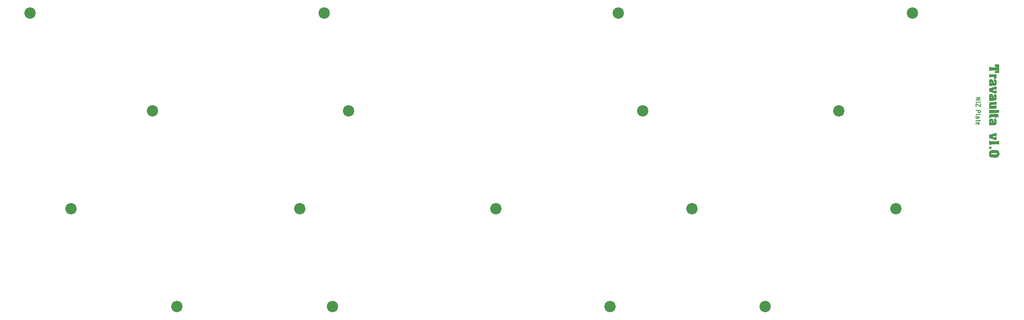
<source format=gbr>
%TF.GenerationSoftware,KiCad,Pcbnew,(7.0.0)*%
%TF.CreationDate,2023-04-11T20:59:51+02:00*%
%TF.ProjectId,travaulta plate niz,74726176-6175-46c7-9461-20706c617465,rev?*%
%TF.SameCoordinates,Original*%
%TF.FileFunction,Legend,Top*%
%TF.FilePolarity,Positive*%
%FSLAX46Y46*%
G04 Gerber Fmt 4.6, Leading zero omitted, Abs format (unit mm)*
G04 Created by KiCad (PCBNEW (7.0.0)) date 2023-04-11 20:59:51*
%MOMM*%
%LPD*%
G01*
G04 APERTURE LIST*
%ADD10C,0.150000*%
%ADD11C,2.200000*%
G04 APERTURE END LIST*
D10*
X247356095Y-73617143D02*
X248156095Y-73617143D01*
X248156095Y-73617143D02*
X247356095Y-74074286D01*
X247356095Y-74074286D02*
X248156095Y-74074286D01*
X247356095Y-74455238D02*
X247889428Y-74455238D01*
X248156095Y-74455238D02*
X248118000Y-74417142D01*
X248118000Y-74417142D02*
X248079904Y-74455238D01*
X248079904Y-74455238D02*
X248118000Y-74493333D01*
X248118000Y-74493333D02*
X248156095Y-74455238D01*
X248156095Y-74455238D02*
X248079904Y-74455238D01*
X248156095Y-74759999D02*
X248156095Y-75293333D01*
X248156095Y-75293333D02*
X247356095Y-74759999D01*
X247356095Y-74759999D02*
X247356095Y-75293333D01*
X247356095Y-76078095D02*
X248156095Y-76078095D01*
X248156095Y-76078095D02*
X248156095Y-76382857D01*
X248156095Y-76382857D02*
X248118000Y-76459047D01*
X248118000Y-76459047D02*
X248079904Y-76497142D01*
X248079904Y-76497142D02*
X248003714Y-76535238D01*
X248003714Y-76535238D02*
X247889428Y-76535238D01*
X247889428Y-76535238D02*
X247813238Y-76497142D01*
X247813238Y-76497142D02*
X247775142Y-76459047D01*
X247775142Y-76459047D02*
X247737047Y-76382857D01*
X247737047Y-76382857D02*
X247737047Y-76078095D01*
X247356095Y-76992380D02*
X247394190Y-76916190D01*
X247394190Y-76916190D02*
X247470380Y-76878095D01*
X247470380Y-76878095D02*
X248156095Y-76878095D01*
X247356095Y-77640000D02*
X247775142Y-77640000D01*
X247775142Y-77640000D02*
X247851333Y-77601905D01*
X247851333Y-77601905D02*
X247889428Y-77525714D01*
X247889428Y-77525714D02*
X247889428Y-77373333D01*
X247889428Y-77373333D02*
X247851333Y-77297143D01*
X247394190Y-77640000D02*
X247356095Y-77563809D01*
X247356095Y-77563809D02*
X247356095Y-77373333D01*
X247356095Y-77373333D02*
X247394190Y-77297143D01*
X247394190Y-77297143D02*
X247470380Y-77259047D01*
X247470380Y-77259047D02*
X247546571Y-77259047D01*
X247546571Y-77259047D02*
X247622761Y-77297143D01*
X247622761Y-77297143D02*
X247660857Y-77373333D01*
X247660857Y-77373333D02*
X247660857Y-77563809D01*
X247660857Y-77563809D02*
X247698952Y-77640000D01*
X247889428Y-77906667D02*
X247889428Y-78211429D01*
X248156095Y-78020953D02*
X247470380Y-78020953D01*
X247470380Y-78020953D02*
X247394190Y-78059048D01*
X247394190Y-78059048D02*
X247356095Y-78135238D01*
X247356095Y-78135238D02*
X247356095Y-78211429D01*
X247394190Y-78782858D02*
X247356095Y-78706667D01*
X247356095Y-78706667D02*
X247356095Y-78554286D01*
X247356095Y-78554286D02*
X247394190Y-78478096D01*
X247394190Y-78478096D02*
X247470380Y-78440000D01*
X247470380Y-78440000D02*
X247775142Y-78440000D01*
X247775142Y-78440000D02*
X247851333Y-78478096D01*
X247851333Y-78478096D02*
X247889428Y-78554286D01*
X247889428Y-78554286D02*
X247889428Y-78706667D01*
X247889428Y-78706667D02*
X247851333Y-78782858D01*
X247851333Y-78782858D02*
X247775142Y-78820953D01*
X247775142Y-78820953D02*
X247698952Y-78820953D01*
X247698952Y-78820953D02*
X247622761Y-78440000D01*
%TO.C,*%
%TO.C,G\u002A\u002A\u002A*%
G36*
X250225648Y-83102806D02*
G01*
X250281400Y-83154894D01*
X250342404Y-83273797D01*
X250336265Y-83388180D01*
X250268482Y-83490086D01*
X250158092Y-83561374D01*
X250041507Y-83573037D01*
X249935113Y-83527267D01*
X249859835Y-83435397D01*
X249822835Y-83354577D01*
X249816510Y-83297260D01*
X249834347Y-83234887D01*
X249902544Y-83132052D01*
X250003285Y-83073471D01*
X250117383Y-83062578D01*
X250225648Y-83102806D01*
G37*
G36*
X250112152Y-75969567D02*
G01*
X250182396Y-75985657D01*
X250199301Y-75997070D01*
X250240258Y-76009476D01*
X250341629Y-76019411D01*
X250496219Y-76026486D01*
X250696831Y-76030313D01*
X250825000Y-76030892D01*
X251047988Y-76029030D01*
X251228936Y-76023705D01*
X251360648Y-76015304D01*
X251435928Y-76004218D01*
X251450699Y-75997070D01*
X251494043Y-75977447D01*
X251581087Y-75965243D01*
X251638714Y-75963249D01*
X251805826Y-75963249D01*
X251805826Y-76248446D01*
X251805826Y-76533643D01*
X251029556Y-76544385D01*
X250754388Y-76549374D01*
X250541548Y-76556045D01*
X250385734Y-76564740D01*
X250281644Y-76575803D01*
X250223975Y-76589577D01*
X250211074Y-76597403D01*
X250153887Y-76622556D01*
X250057578Y-76637694D01*
X250006518Y-76639680D01*
X249844175Y-76639680D01*
X249844175Y-76301465D01*
X249844175Y-75963249D01*
X250011287Y-75963249D01*
X250112152Y-75969567D01*
G37*
G36*
X250134118Y-82023065D02*
G01*
X250210074Y-82037859D01*
X250233123Y-82051132D01*
X250274111Y-82063650D01*
X250375241Y-82073655D01*
X250529045Y-82080733D01*
X250728055Y-82084469D01*
X250841911Y-82084953D01*
X251060681Y-82083040D01*
X251237970Y-82077578D01*
X251366312Y-82068981D01*
X251438236Y-82057665D01*
X251450699Y-82051132D01*
X251494043Y-82031508D01*
X251581087Y-82019304D01*
X251638714Y-82017310D01*
X251805826Y-82017310D01*
X251805826Y-82355526D01*
X251805826Y-82693742D01*
X251029926Y-82693742D01*
X250767222Y-82695204D01*
X250551101Y-82699446D01*
X250386728Y-82706247D01*
X250279263Y-82715390D01*
X250233872Y-82726654D01*
X250233123Y-82727563D01*
X250190186Y-82746377D01*
X250102098Y-82758656D01*
X250028197Y-82761385D01*
X249844175Y-82761385D01*
X249844175Y-82389347D01*
X249844175Y-82017310D01*
X250028197Y-82017310D01*
X250134118Y-82023065D01*
G37*
G36*
X251298502Y-69260755D02*
G01*
X251293323Y-69420670D01*
X251277908Y-69516005D01*
X251258325Y-69544906D01*
X251240780Y-69573466D01*
X251273205Y-69636887D01*
X251275235Y-69639804D01*
X251317936Y-69726807D01*
X251332324Y-69798338D01*
X251328151Y-69837564D01*
X251306165Y-69860563D01*
X251252167Y-69871648D01*
X251151960Y-69875129D01*
X251078662Y-69875366D01*
X250825000Y-69875366D01*
X250823925Y-69782357D01*
X250802573Y-69669155D01*
X250736586Y-69595265D01*
X250618384Y-69554310D01*
X250541074Y-69544495D01*
X250372640Y-69546401D01*
X250247778Y-69583938D01*
X250140817Y-69619525D01*
X250015930Y-69637920D01*
X249991176Y-69638615D01*
X249844175Y-69638615D01*
X249844175Y-69314306D01*
X249844175Y-68989997D01*
X250055560Y-69012216D01*
X250192695Y-69022767D01*
X250364584Y-69030605D01*
X250538350Y-69034313D01*
X250571339Y-69034434D01*
X250741413Y-69031752D01*
X250916375Y-69024648D01*
X251063347Y-69014539D01*
X251087118Y-69012216D01*
X251298502Y-68989997D01*
X251298502Y-69260755D01*
G37*
G36*
X251839648Y-67981358D02*
G01*
X251839648Y-68826897D01*
X251399967Y-68826897D01*
X250960287Y-68826897D01*
X250960287Y-68608671D01*
X250960287Y-68390445D01*
X251168987Y-68380375D01*
X251296436Y-68367549D01*
X251373763Y-68345130D01*
X251391646Y-68328029D01*
X251365250Y-68313525D01*
X251284287Y-68301751D01*
X251161785Y-68292801D01*
X251010769Y-68286771D01*
X250844265Y-68283756D01*
X250675299Y-68283850D01*
X250516896Y-68287149D01*
X250382084Y-68293748D01*
X250283887Y-68303741D01*
X250235331Y-68317225D01*
X250233123Y-68319574D01*
X250190186Y-68338387D01*
X250102098Y-68350667D01*
X250028197Y-68353395D01*
X249844175Y-68353395D01*
X249844175Y-67981358D01*
X249844175Y-67609321D01*
X250028197Y-67609321D01*
X250134118Y-67615075D01*
X250210074Y-67629870D01*
X250233123Y-67643142D01*
X250274138Y-67655762D01*
X250375040Y-67665831D01*
X250528107Y-67672910D01*
X250725616Y-67676558D01*
X250826996Y-67676964D01*
X251039630Y-67676188D01*
X251193537Y-67673335D01*
X251297619Y-67667617D01*
X251360781Y-67658244D01*
X251391926Y-67644430D01*
X251399967Y-67626232D01*
X251385290Y-67597775D01*
X251332848Y-67581959D01*
X251230020Y-67575871D01*
X251180127Y-67575499D01*
X250960287Y-67575499D01*
X250960287Y-67355659D01*
X250960287Y-67135819D01*
X251399967Y-67135819D01*
X251839648Y-67135819D01*
X251839648Y-67981358D01*
G37*
G36*
X251298502Y-71723547D02*
G01*
X251298502Y-72049757D01*
X251054438Y-72029296D01*
X250894316Y-72024780D01*
X250735778Y-72035398D01*
X250598059Y-72058540D01*
X250500392Y-72091596D01*
X250475962Y-72107791D01*
X250491584Y-72127975D01*
X250558787Y-72157717D01*
X250663366Y-72190830D01*
X250671809Y-72193138D01*
X250802735Y-72224565D01*
X250884076Y-72232828D01*
X250929387Y-72219027D01*
X250934602Y-72214446D01*
X250989842Y-72191156D01*
X251084810Y-72177106D01*
X251136159Y-72175233D01*
X251298502Y-72175233D01*
X251298502Y-72479627D01*
X251298502Y-72784021D01*
X251145115Y-72784021D01*
X251033114Y-72773666D01*
X250938411Y-72747764D01*
X250916820Y-72736801D01*
X250858860Y-72710992D01*
X250749253Y-72671439D01*
X250601480Y-72622677D01*
X250429019Y-72569243D01*
X250343043Y-72543739D01*
X249844175Y-72397896D01*
X249844175Y-72085631D01*
X249846744Y-71947683D01*
X249853634Y-71837674D01*
X249863616Y-71771397D01*
X249869541Y-71759501D01*
X249909308Y-71745901D01*
X250002396Y-71717466D01*
X250137016Y-71677697D01*
X250301380Y-71630097D01*
X250402231Y-71601267D01*
X250578921Y-71549717D01*
X250733080Y-71502348D01*
X250852686Y-71463041D01*
X250925718Y-71435677D01*
X250941685Y-71427117D01*
X250992358Y-71409500D01*
X251084162Y-71398815D01*
X251136159Y-71397337D01*
X251298502Y-71397337D01*
X251298502Y-71723547D01*
G37*
G36*
X251298502Y-80787728D02*
G01*
X251298502Y-81113938D01*
X251054438Y-81093477D01*
X250894316Y-81088961D01*
X250735778Y-81099579D01*
X250598059Y-81122721D01*
X250500392Y-81155777D01*
X250475962Y-81171973D01*
X250491584Y-81192156D01*
X250558787Y-81221899D01*
X250663366Y-81255011D01*
X250671809Y-81257320D01*
X250802735Y-81288746D01*
X250884076Y-81297009D01*
X250929387Y-81283208D01*
X250934602Y-81278627D01*
X250989842Y-81255337D01*
X251084810Y-81241287D01*
X251136159Y-81239414D01*
X251298502Y-81239414D01*
X251298502Y-81543808D01*
X251298502Y-81848202D01*
X251145115Y-81848202D01*
X251033114Y-81837847D01*
X250938411Y-81811945D01*
X250916820Y-81800982D01*
X250858860Y-81775173D01*
X250749253Y-81735620D01*
X250601480Y-81686858D01*
X250429019Y-81633424D01*
X250343043Y-81607920D01*
X249844175Y-81462078D01*
X249844175Y-81149812D01*
X249846744Y-81011864D01*
X249853634Y-80901855D01*
X249863616Y-80835578D01*
X249869541Y-80823683D01*
X249909308Y-80810082D01*
X250002396Y-80781647D01*
X250137016Y-80741878D01*
X250301380Y-80694278D01*
X250402231Y-80665448D01*
X250578921Y-80613898D01*
X250733080Y-80566529D01*
X250852686Y-80527222D01*
X250925718Y-80499858D01*
X250941685Y-80491298D01*
X250992358Y-80473681D01*
X251084162Y-80462996D01*
X251136159Y-80461518D01*
X251298502Y-80461518D01*
X251298502Y-80787728D01*
G37*
G36*
X251225861Y-76713407D02*
G01*
X251287090Y-76728962D01*
X251298502Y-76741145D01*
X251328654Y-76761667D01*
X251404610Y-76773675D01*
X251444515Y-76774967D01*
X251590528Y-76774967D01*
X251647878Y-77020173D01*
X251675599Y-77142125D01*
X251695826Y-77237653D01*
X251704682Y-77288333D01*
X251704795Y-77290746D01*
X251673823Y-77304128D01*
X251593762Y-77313319D01*
X251501432Y-77316112D01*
X251298502Y-77316112D01*
X251298502Y-77417576D01*
X251294808Y-77477641D01*
X251272091Y-77507593D01*
X251212904Y-77517902D01*
X251129395Y-77519041D01*
X251029287Y-77516824D01*
X250979367Y-77503195D01*
X250962186Y-77467682D01*
X250960287Y-77417576D01*
X250960287Y-77316112D01*
X250646507Y-77316112D01*
X250441591Y-77324649D01*
X250298477Y-77351091D01*
X250213409Y-77396687D01*
X250182628Y-77462684D01*
X250182391Y-77470227D01*
X250159580Y-77503255D01*
X250084601Y-77517722D01*
X250034138Y-77519041D01*
X249937969Y-77513470D01*
X249888435Y-77490583D01*
X249865492Y-77442943D01*
X249850481Y-77339772D01*
X249847675Y-77210257D01*
X249856338Y-77085307D01*
X249875734Y-76995831D01*
X249876148Y-76994807D01*
X249922005Y-76921669D01*
X249978974Y-76859521D01*
X250017665Y-76831429D01*
X250069137Y-76811546D01*
X250145865Y-76797996D01*
X250260324Y-76788903D01*
X250424990Y-76782392D01*
X250507201Y-76780104D01*
X250673412Y-76773646D01*
X250812223Y-76764180D01*
X250911262Y-76752860D01*
X250958159Y-76740839D01*
X250960287Y-76737827D01*
X250990710Y-76720425D01*
X251068497Y-76709381D01*
X251129395Y-76707323D01*
X251225861Y-76713407D01*
G37*
G36*
X251298502Y-74657500D02*
G01*
X251295987Y-74802973D01*
X251286927Y-74893859D01*
X251269052Y-74943079D01*
X251245004Y-74961894D01*
X251191638Y-74969912D01*
X251085959Y-74976545D01*
X250943293Y-74981100D01*
X250779957Y-74982885D01*
X250571124Y-74984519D01*
X250420627Y-74990215D01*
X250319189Y-75001980D01*
X250257534Y-75021818D01*
X250226385Y-75051734D01*
X250216466Y-75093734D01*
X250216212Y-75104743D01*
X250218579Y-75140694D01*
X250233738Y-75163962D01*
X250273771Y-75177307D01*
X250350764Y-75183485D01*
X250476801Y-75185257D01*
X250569343Y-75185353D01*
X250721794Y-75182271D01*
X250844249Y-75173875D01*
X250922603Y-75161441D01*
X250943376Y-75151531D01*
X250986719Y-75131907D01*
X251073763Y-75119703D01*
X251131391Y-75117710D01*
X251298502Y-75117710D01*
X251298502Y-75420489D01*
X251298502Y-75723268D01*
X250765813Y-75739396D01*
X250564678Y-75746561D01*
X250370706Y-75755395D01*
X250201572Y-75764958D01*
X250074951Y-75774314D01*
X250038649Y-75777962D01*
X249844175Y-75800401D01*
X249844175Y-75492877D01*
X249847573Y-75350798D01*
X249856858Y-75245816D01*
X249870667Y-75190635D01*
X249877159Y-75185353D01*
X249893068Y-75158449D01*
X249877159Y-75098597D01*
X249854035Y-74989168D01*
X249847471Y-74848710D01*
X249857295Y-74710725D01*
X249879606Y-74617339D01*
X249929017Y-74546964D01*
X250017246Y-74496153D01*
X250151580Y-74462945D01*
X250339305Y-74445382D01*
X250534435Y-74441278D01*
X250697871Y-74438450D01*
X250828996Y-74430662D01*
X250915207Y-74418955D01*
X250943376Y-74407457D01*
X250986719Y-74387833D01*
X251073763Y-74375629D01*
X251131391Y-74373635D01*
X251298502Y-74373635D01*
X251298502Y-74657500D01*
G37*
G36*
X250666221Y-83785704D02*
G01*
X250723536Y-83783374D01*
X251031841Y-83781231D01*
X251283820Y-83796171D01*
X251476738Y-83827838D01*
X251607864Y-83875881D01*
X251646002Y-83902765D01*
X251753760Y-84041424D01*
X251825799Y-84219437D01*
X251861999Y-84420548D01*
X251862235Y-84628502D01*
X251826388Y-84827043D01*
X251754334Y-84999913D01*
X251655155Y-85123018D01*
X251587482Y-85174625D01*
X251511535Y-85212805D01*
X251416900Y-85239090D01*
X251293165Y-85255014D01*
X251129917Y-85262112D01*
X250916742Y-85261917D01*
X250736333Y-85258363D01*
X250502084Y-85249980D01*
X250324782Y-85235324D01*
X250193779Y-85210773D01*
X250098430Y-85172706D01*
X250028091Y-85117502D01*
X249972116Y-85041539D01*
X249943029Y-84988491D01*
X249891648Y-84839630D01*
X249862084Y-84652401D01*
X249858130Y-84520106D01*
X250250034Y-84520106D01*
X250264670Y-84599654D01*
X250317262Y-84636687D01*
X250326132Y-84639091D01*
X250386502Y-84645217D01*
X250499942Y-84649110D01*
X250651909Y-84650533D01*
X250827858Y-84649253D01*
X250889013Y-84648191D01*
X251083703Y-84643333D01*
X251221540Y-84636857D01*
X251313310Y-84627344D01*
X251369802Y-84613377D01*
X251401805Y-84593536D01*
X251413074Y-84579294D01*
X251432262Y-84506481D01*
X251413074Y-84460919D01*
X251390091Y-84437160D01*
X251348674Y-84420070D01*
X251278036Y-84408232D01*
X251167388Y-84400225D01*
X251005941Y-84394634D01*
X250889013Y-84392022D01*
X250666221Y-84388435D01*
X250502119Y-84389041D01*
X250387794Y-84395627D01*
X250314335Y-84409978D01*
X250272830Y-84433882D01*
X250254369Y-84469125D01*
X250250039Y-84517492D01*
X250250034Y-84520106D01*
X249858130Y-84520106D01*
X249856126Y-84453047D01*
X249875562Y-84267811D01*
X249889792Y-84207236D01*
X249938450Y-84069703D01*
X250002648Y-83965682D01*
X250091881Y-83890349D01*
X250215643Y-83838876D01*
X250383427Y-83806437D01*
X250604727Y-83788204D01*
X250666221Y-83785704D01*
G37*
G36*
X250269567Y-69960791D02*
G01*
X250353805Y-69969417D01*
X250484632Y-70033253D01*
X250574410Y-70128969D01*
X250611439Y-70202082D01*
X250657718Y-70316395D01*
X250703680Y-70448139D01*
X250706837Y-70458026D01*
X250748346Y-70583060D01*
X250780791Y-70656602D01*
X250813753Y-70692185D01*
X250856814Y-70703339D01*
X250881010Y-70703995D01*
X250951062Y-70693666D01*
X250975562Y-70650677D01*
X250977197Y-70619441D01*
X250962326Y-70554394D01*
X250904828Y-70527122D01*
X250884188Y-70524185D01*
X250836721Y-70516021D01*
X250808986Y-70495171D01*
X250795682Y-70446693D01*
X250791508Y-70355648D01*
X250791179Y-70262068D01*
X250791179Y-70010652D01*
X250973344Y-70010652D01*
X251080402Y-70013562D01*
X251142075Y-70029420D01*
X251180585Y-70068924D01*
X251209438Y-70124299D01*
X251274479Y-70305590D01*
X251315158Y-70509821D01*
X251325500Y-70703147D01*
X251321313Y-70758147D01*
X251291149Y-70900542D01*
X251239797Y-71036725D01*
X251176612Y-71146933D01*
X251110947Y-71211403D01*
X251105469Y-71214179D01*
X251049055Y-71227251D01*
X250940856Y-71241829D01*
X250796646Y-71256098D01*
X250638982Y-71267822D01*
X250457207Y-71280042D01*
X250278848Y-71293392D01*
X250126741Y-71306089D01*
X250038649Y-71314652D01*
X249844175Y-71335954D01*
X249844175Y-71045340D01*
X249846303Y-70900721D01*
X249854056Y-70811908D01*
X249869482Y-70767158D01*
X249894632Y-70754728D01*
X249894907Y-70754727D01*
X249930091Y-70753322D01*
X249940580Y-70738714D01*
X249924642Y-70695312D01*
X249880544Y-70607525D01*
X249877996Y-70602530D01*
X249856751Y-70545045D01*
X250221857Y-70545045D01*
X250225849Y-70634732D01*
X250236741Y-70667407D01*
X250285458Y-70708807D01*
X250357396Y-70720905D01*
X250426072Y-70714383D01*
X250443438Y-70684395D01*
X250434702Y-70644807D01*
X250387134Y-70546893D01*
X250323322Y-70495433D01*
X250269567Y-70495379D01*
X250221857Y-70545045D01*
X249856751Y-70545045D01*
X249821639Y-70450039D01*
X249821479Y-70308900D01*
X249859703Y-70190768D01*
X249946339Y-70066737D01*
X250068404Y-69987564D01*
X250209644Y-69954655D01*
X250269567Y-69960791D01*
G37*
G36*
X250269567Y-72869446D02*
G01*
X250353805Y-72878072D01*
X250484632Y-72941908D01*
X250574410Y-73037625D01*
X250611439Y-73110737D01*
X250657718Y-73225050D01*
X250703680Y-73356794D01*
X250706837Y-73366681D01*
X250748346Y-73491715D01*
X250780791Y-73565257D01*
X250813753Y-73600840D01*
X250856814Y-73611994D01*
X250881010Y-73612650D01*
X250951062Y-73602321D01*
X250975562Y-73559332D01*
X250977197Y-73528096D01*
X250962326Y-73463050D01*
X250904828Y-73435777D01*
X250884188Y-73432840D01*
X250836721Y-73424676D01*
X250808986Y-73403826D01*
X250795682Y-73355349D01*
X250791508Y-73264303D01*
X250791179Y-73170723D01*
X250791179Y-72919307D01*
X250973344Y-72919307D01*
X251080402Y-72922217D01*
X251142075Y-72938075D01*
X251180585Y-72977579D01*
X251209438Y-73032954D01*
X251274479Y-73214246D01*
X251315158Y-73418476D01*
X251325500Y-73611802D01*
X251321313Y-73666802D01*
X251291149Y-73809197D01*
X251239797Y-73945380D01*
X251176612Y-74055588D01*
X251110947Y-74120058D01*
X251105469Y-74122834D01*
X251049055Y-74135906D01*
X250940856Y-74150484D01*
X250796646Y-74164753D01*
X250638982Y-74176477D01*
X250457207Y-74188697D01*
X250278848Y-74202047D01*
X250126741Y-74214744D01*
X250038649Y-74223307D01*
X249844175Y-74244609D01*
X249844175Y-73953996D01*
X249846303Y-73809376D01*
X249854056Y-73720563D01*
X249869482Y-73675813D01*
X249894632Y-73663383D01*
X249894907Y-73663382D01*
X249930091Y-73661977D01*
X249940580Y-73647369D01*
X249924642Y-73603967D01*
X249880544Y-73516180D01*
X249877996Y-73511185D01*
X249856751Y-73453700D01*
X250221857Y-73453700D01*
X250225849Y-73543387D01*
X250236741Y-73576062D01*
X250285458Y-73617462D01*
X250357396Y-73629560D01*
X250426072Y-73623038D01*
X250443438Y-73593050D01*
X250434702Y-73553462D01*
X250387134Y-73455548D01*
X250323322Y-73404088D01*
X250269567Y-73404034D01*
X250221857Y-73453700D01*
X249856751Y-73453700D01*
X249821639Y-73358694D01*
X249821479Y-73217555D01*
X249859703Y-73099423D01*
X249946339Y-72975392D01*
X250068404Y-72896219D01*
X250209644Y-72863310D01*
X250269567Y-72869446D01*
G37*
G36*
X250269567Y-77638288D02*
G01*
X250353805Y-77646913D01*
X250484632Y-77710750D01*
X250574410Y-77806466D01*
X250611439Y-77879578D01*
X250657718Y-77993892D01*
X250703680Y-78125635D01*
X250706837Y-78135523D01*
X250748346Y-78260556D01*
X250780791Y-78334099D01*
X250813753Y-78369681D01*
X250856814Y-78380836D01*
X250881010Y-78381491D01*
X250951062Y-78371163D01*
X250975562Y-78328173D01*
X250977197Y-78296937D01*
X250962326Y-78231891D01*
X250904828Y-78204618D01*
X250884188Y-78201681D01*
X250836721Y-78193518D01*
X250808986Y-78172668D01*
X250795682Y-78124190D01*
X250791508Y-78033145D01*
X250791179Y-77939564D01*
X250791179Y-77688149D01*
X250973344Y-77688149D01*
X251080402Y-77691058D01*
X251142075Y-77706917D01*
X251180585Y-77746421D01*
X251209438Y-77801796D01*
X251274479Y-77983087D01*
X251315158Y-78187318D01*
X251325500Y-78380643D01*
X251321313Y-78435643D01*
X251291149Y-78578039D01*
X251239797Y-78714222D01*
X251176612Y-78824429D01*
X251110947Y-78888900D01*
X251105469Y-78891675D01*
X251049055Y-78904747D01*
X250940856Y-78919325D01*
X250796646Y-78933594D01*
X250638982Y-78945318D01*
X250457207Y-78957539D01*
X250278848Y-78970889D01*
X250126741Y-78983586D01*
X250038649Y-78992149D01*
X249844175Y-79013451D01*
X249844175Y-78722837D01*
X249846303Y-78578218D01*
X249854056Y-78489404D01*
X249869482Y-78444654D01*
X249894632Y-78432224D01*
X249894907Y-78432224D01*
X249930091Y-78430819D01*
X249940580Y-78416210D01*
X249924642Y-78372808D01*
X249880544Y-78285022D01*
X249877996Y-78280027D01*
X249856751Y-78222541D01*
X250221857Y-78222541D01*
X250225849Y-78312229D01*
X250236741Y-78344903D01*
X250285458Y-78386303D01*
X250357396Y-78398402D01*
X250426072Y-78391879D01*
X250443438Y-78361891D01*
X250434702Y-78322303D01*
X250387134Y-78224389D01*
X250323322Y-78172930D01*
X250269567Y-78172875D01*
X250221857Y-78222541D01*
X249856751Y-78222541D01*
X249821639Y-78127535D01*
X249821479Y-77986397D01*
X249859703Y-77868265D01*
X249946339Y-77744233D01*
X250068404Y-77665061D01*
X250209644Y-77632152D01*
X250269567Y-77638288D01*
G37*
%TD*%
D11*
%TO.C,H5*%
X115887500Y-95250000D03*
%TD*%
%TO.C,H8*%
X220662500Y-76200000D03*
%TD*%
%TO.C,H2*%
X120650000Y-57150000D03*
%TD*%
%TO.C,H13*%
X231775000Y-95250000D03*
%TD*%
%TO.C,*%
X176212500Y-114300000D03*
%TD*%
%TO.C,H10*%
X115887500Y-95250000D03*
%TD*%
%TO.C,*%
X71437500Y-95250000D03*
%TD*%
%TO.C,H17*%
X206375000Y-114300000D03*
%TD*%
%TO.C,H7*%
X182562500Y-76200000D03*
%TD*%
%TO.C,*%
X92075000Y-114300000D03*
%TD*%
%TO.C,*%
X206375000Y-114300000D03*
%TD*%
%TO.C,H12*%
X192087500Y-95250000D03*
%TD*%
%TO.C,H16*%
X176212500Y-114300000D03*
%TD*%
%TO.C,H4*%
X234950000Y-57150000D03*
%TD*%
%TO.C,H5*%
X87312500Y-76200000D03*
%TD*%
%TO.C,*%
X177800000Y-57150000D03*
%TD*%
%TO.C,*%
X122237500Y-114300000D03*
%TD*%
%TO.C,H6*%
X125412500Y-76200000D03*
%TD*%
%TO.C,*%
X192087500Y-95250000D03*
%TD*%
%TO.C,*%
X120650000Y-57150000D03*
%TD*%
%TO.C,H14*%
X92075000Y-114300000D03*
%TD*%
%TO.C,*%
X220662500Y-76200000D03*
%TD*%
%TO.C,*%
X63500000Y-57150000D03*
%TD*%
%TO.C,H15*%
X122237500Y-114300000D03*
%TD*%
%TO.C,*%
X153987500Y-95250000D03*
%TD*%
%TO.C,*%
X87312500Y-76200000D03*
%TD*%
%TO.C,*%
X231775000Y-95250000D03*
%TD*%
%TO.C,H11*%
X153987500Y-95250000D03*
%TD*%
%TO.C,*%
X234950000Y-57150000D03*
%TD*%
%TO.C,H9*%
X71437500Y-95250000D03*
%TD*%
%TO.C,H3*%
X177800000Y-57150000D03*
%TD*%
%TO.C,*%
X182562500Y-76200000D03*
%TD*%
%TO.C,H1*%
X63500000Y-57150000D03*
%TD*%
%TO.C,*%
X125412500Y-76200000D03*
%TD*%
M02*

</source>
